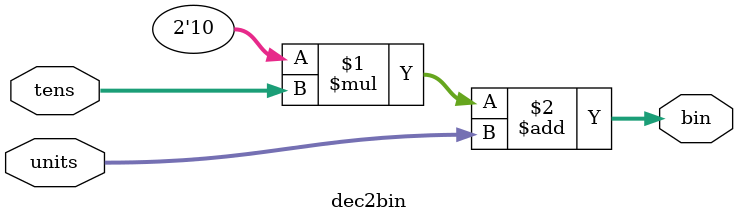
<source format=v>
module dec2bin(input [3:0] tens, units, output [5:0] bin);
	assign bin = 2'd10 * tens + units;
endmodule
</source>
